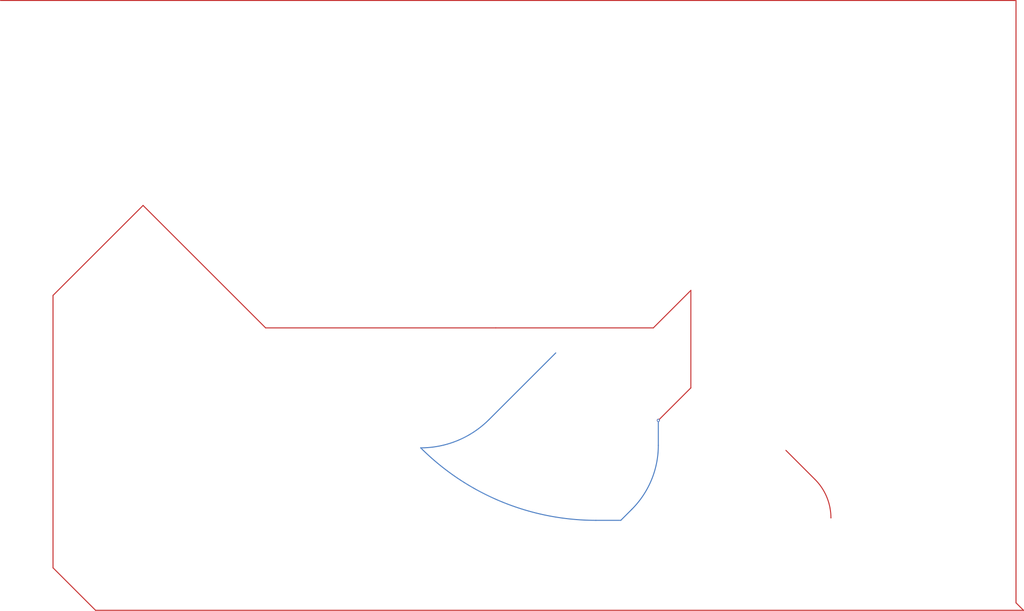
<source format=kicad_pcb>
(kicad_pcb
	(version 20241229)
	(generator "pcbnew")
	(generator_version "9.0")
	(general
		(thickness 1.6)
		(legacy_teardrops no)
	)
	(paper "A4")
	(layers
		(0 "F.Cu" signal)
		(2 "B.Cu" signal)
		(9 "F.Adhes" user "F.Adhesive")
		(11 "B.Adhes" user "B.Adhesive")
		(13 "F.Paste" user)
		(15 "B.Paste" user)
		(5 "F.SilkS" user "F.Silkscreen")
		(7 "B.SilkS" user "B.Silkscreen")
		(1 "F.Mask" user)
		(3 "B.Mask" user)
		(17 "Dwgs.User" user "User.Drawings")
		(19 "Cmts.User" user "User.Comments")
		(21 "Eco1.User" user "User.Eco1")
		(23 "Eco2.User" user "User.Eco2")
		(25 "Edge.Cuts" user)
		(27 "Margin" user)
		(31 "F.CrtYd" user "F.Courtyard")
		(29 "B.CrtYd" user "B.Courtyard")
		(35 "F.Fab" user)
		(33 "B.Fab" user)
		(39 "User.1" user)
		(41 "User.2" user)
		(43 "User.3" user)
		(45 "User.4" user)
	)
	(setup
		(pad_to_mask_clearance 0)
		(allow_soldermask_bridges_in_footprints no)
		(tenting front back)
		(pcbplotparams
			(layerselection 0x00000000_00000000_55555555_5755f5ff)
			(plot_on_all_layers_selection 0x00000000_00000000_00000000_00000000)
			(disableapertmacros no)
			(usegerberextensions no)
			(usegerberattributes yes)
			(usegerberadvancedattributes yes)
			(creategerberjobfile yes)
			(dashed_line_dash_ratio 12.000000)
			(dashed_line_gap_ratio 3.000000)
			(svgprecision 4)
			(plotframeref no)
			(mode 1)
			(useauxorigin no)
			(hpglpennumber 1)
			(hpglpenspeed 20)
			(hpglpendiameter 15.000000)
			(pdf_front_fp_property_popups yes)
			(pdf_back_fp_property_popups yes)
			(pdf_metadata yes)
			(pdf_single_document no)
			(dxfpolygonmode yes)
			(dxfimperialunits yes)
			(dxfusepcbnewfont yes)
			(psnegative no)
			(psa4output no)
			(plot_black_and_white yes)
			(sketchpadsonfab no)
			(plotpadnumbers no)
			(hidednponfab no)
			(sketchdnponfab yes)
			(crossoutdnponfab yes)
			(subtractmaskfromsilk no)
			(outputformat 1)
			(mirror no)
			(drillshape 1)
			(scaleselection 1)
			(outputdirectory "")
		)
	)
	(net 0 "")
	(segment
		(start 234.5 147.5)
		(end 49 147.5)
		(width 0.2)
		(layer "F.Cu")
		(net 0)
		(uuid "053e50c1-5bf5-40f3-9af9-15c0318937f9")
	)
	(segment
		(start 187 115.5)
		(end 192.818019 121.318019)
		(width 0.2)
		(layer "F.Cu")
		(net 0)
		(uuid "098f7bb0-431d-44e3-92e1-8e94afcdfdd7")
	)
	(segment
		(start 83 91)
		(end 129 91)
		(width 0.2)
		(layer "F.Cu")
		(net 0)
		(uuid "0e4aa478-277e-4a95-bcfe-a8aad9cafcc4")
	)
	(segment
		(start 41 25.5)
		(end 233 25.5)
		(width 0.2)
		(layer "F.Cu")
		(net 0)
		(uuid "1572d56a-dc1a-4603-8364-85e91fe53fce")
	)
	(segment
		(start 168 83.5)
		(end 168 103)
		(width 0.2)
		(layer "F.Cu")
		(net 0)
		(uuid "159da083-b409-477f-b6ba-75cafb6a3dff")
	)
	(segment
		(start 233 146)
		(end 234.5 147.5)
		(width 0.2)
		(layer "F.Cu")
		(net 0)
		(uuid "48679540-898f-4a25-8447-058dade76754")
	)
	(segment
		(start 40.5 139)
		(end 40.5 84.5)
		(width 0.2)
		(layer "F.Cu")
		(net 0)
		(uuid "4d161ef5-d867-4c85-8d72-e93e830e125d")
	)
	(segment
		(start 58.5 66.5)
		(end 83 91)
		(width 0.2)
		(layer "F.Cu")
		(net 0)
		(uuid "5be6fa28-abd1-42f2-a337-21e5a500f62a")
	)
	(segment
		(start 40.5 84.5)
		(end 58.5 66.5)
		(width 0.2)
		(layer "F.Cu")
		(net 0)
		(uuid "60b5e315-f549-4049-a08e-f1be501289e1")
	)
	(segment
		(start 233 25.5)
		(end 233 146)
		(width 0.2)
		(layer "F.Cu")
		(net 0)
		(uuid "69cb61ee-b0ff-4e8d-a0c2-0c1a3bf24a20")
	)
	(segment
		(start 196 129)
		(end 195.999988 129)
		(width 0.2)
		(layer "F.Cu")
		(net 0)
		(uuid "82ce8c7e-4f2f-413d-a5a9-97d67b792d7a")
	)
	(segment
		(start 30 25.5)
		(end 41 25.5)
		(width 0.2)
		(layer "F.Cu")
		(net 0)
		(uuid "9ea73593-b338-48e9-9de5-823d1d379255")
	)
	(segment
		(start 129 91)
		(end 160.5 91)
		(width 0.2)
		(layer "F.Cu")
		(net 0)
		(uuid "a919ef15-cf16-47d7-a85f-3bf763b08479")
	)
	(segment
		(start 160.5 91)
		(end 168 83.5)
		(width 0.2)
		(layer "F.Cu")
		(net 0)
		(uuid "abe631eb-c7fc-427e-9ead-f7a721271a08")
	)
	(segment
		(start 168 103)
		(end 161.5 109.5)
		(width 0.2)
		(layer "F.Cu")
		(net 0)
		(uuid "cb6e4515-22ba-4b52-bad3-899ca2f54476")
	)
	(segment
		(start 49 147.5)
		(end 40.5 139)
		(width 0.2)
		(layer "F.Cu")
		(net 0)
		(uuid "cd3d53e9-8187-4ad0-a93a-2ab499d78055")
	)
	(via blind
		(at 161.5 109.5)
		(size 0.6)
		(drill 0.3)
		(layers "F.Cu" "B.Cu")
		(net 0)
		(uuid "db1e1605-9f3d-49e8-a6dd-4e7716ddbedc")
	)
	(arc
		(start 192.818019 121.318019)
		(mid 195.17303 124.842542)
		(end 196 129)
		(width 0.2)
		(layer "F.Cu")
		(net 0)
		(uuid "ec2f093c-4e0f-4ee3-890e-57b80c2757a6")
	)
	(segment
		(start 154 129.5)
		(end 149.006097 129.5)
		(width 0.2)
		(layer "B.Cu")
		(net 0)
		(uuid "02bd0688-4488-4dce-9e4d-791c98701a3b")
	)
	(segment
		(start 156.196699 127.303301)
		(end 154 129.5)
		(width 0.2)
		(layer "B.Cu")
		(net 0)
		(uuid "0d108528-1d5f-45fb-a823-9b9fb27644a5")
	)
	(segment
		(start 161.5 109.5)
		(end 161.5 114.5)
		(width 0.2)
		(layer "B.Cu")
		(net 0)
		(uuid "1173d320-9225-4510-8c78-efd07ac03407")
	)
	(segment
		(start 127.656854 109.343146)
		(end 141 96)
		(width 0.2)
		(layer "B.Cu")
		(net 0)
		(uuid "57111460-6ecd-480d-ad4b-30bc72dd51a0")
	)
	(arc
		(start 114 115)
		(mid 121.391036 113.529832)
		(end 127.656854 109.343146)
		(width 0.2)
		(layer "B.Cu")
		(net 0)
		(uuid "0196f0d4-0625-473a-8691-436db88230cb")
	)
	(arc
		(start 149.006097 129.5)
		(mid 130.060933 125.731573)
		(end 114 115)
		(width 0.2)
		(layer "B.Cu")
		(net 0)
		(uuid "86979fcb-9d5c-4e4c-a7fa-63e83fa9cf17")
	)
	(arc
		(start 161.5 114.5)
		(mid 160.121717 121.429097)
		(end 156.196699 127.303301)
		(width 0.2)
		(layer "B.Cu")
		(net 0)
		(uuid "bbe66df2-a880-49ed-998f-5275e4313aee")
	)
	(embedded_fonts no)
)

</source>
